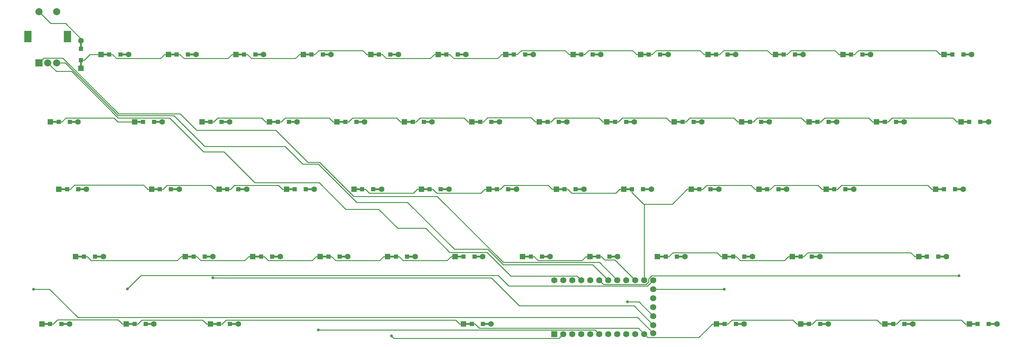
<source format=gbr>
%TF.GenerationSoftware,KiCad,Pcbnew,(5.1.9)-1*%
%TF.CreationDate,2021-02-15T21:30:29-05:00*%
%TF.ProjectId,60percent - Copy,36307065-7263-4656-9e74-202d20436f70,rev?*%
%TF.SameCoordinates,Original*%
%TF.FileFunction,Copper,L1,Top*%
%TF.FilePolarity,Positive*%
%FSLAX46Y46*%
G04 Gerber Fmt 4.6, Leading zero omitted, Abs format (unit mm)*
G04 Created by KiCad (PCBNEW (5.1.9)-1) date 2021-02-15 21:30:29*
%MOMM*%
%LPD*%
G01*
G04 APERTURE LIST*
%TA.AperFunction,SMDPad,CuDef*%
%ADD10R,1.200000X1.200000*%
%TD*%
%TA.AperFunction,ComponentPad*%
%ADD11R,1.600000X1.600000*%
%TD*%
%TA.AperFunction,ComponentPad*%
%ADD12C,1.600000*%
%TD*%
%TA.AperFunction,SMDPad,CuDef*%
%ADD13R,0.500000X2.500000*%
%TD*%
%TA.AperFunction,SMDPad,CuDef*%
%ADD14R,2.500000X0.500000*%
%TD*%
%TA.AperFunction,ComponentPad*%
%ADD15C,2.000000*%
%TD*%
%TA.AperFunction,ComponentPad*%
%ADD16R,2.000000X3.200000*%
%TD*%
%TA.AperFunction,ComponentPad*%
%ADD17R,2.000000X2.000000*%
%TD*%
%TA.AperFunction,ComponentPad*%
%ADD18R,1.752600X1.752600*%
%TD*%
%TA.AperFunction,ComponentPad*%
%ADD19C,1.752600*%
%TD*%
%TA.AperFunction,ViaPad*%
%ADD20C,0.800000*%
%TD*%
%TA.AperFunction,Conductor*%
%ADD21C,0.250000*%
%TD*%
G04 APERTURE END LIST*
D10*
%TO.P,D1,2*%
%TO.N,Net-(D1-Pad2)*%
X85725000Y-77005800D03*
%TO.P,D1,1*%
%TO.N,/row0*%
X85725000Y-80155800D03*
D11*
X85725000Y-82480800D03*
D12*
%TO.P,D1,2*%
%TO.N,Net-(D1-Pad2)*%
X85725000Y-74680800D03*
D13*
%TO.P,D1,1*%
%TO.N,/row0*%
X85725000Y-81280800D03*
%TO.P,D1,2*%
%TO.N,Net-(D1-Pad2)*%
X85725000Y-75880800D03*
%TD*%
D10*
%TO.P,D2,2*%
%TO.N,Net-(D2-Pad2)*%
X96825000Y-78580800D03*
%TO.P,D2,1*%
%TO.N,/row0*%
X93675000Y-78580800D03*
D11*
X91350000Y-78580800D03*
D12*
%TO.P,D2,2*%
%TO.N,Net-(D2-Pad2)*%
X99150000Y-78580800D03*
D14*
%TO.P,D2,1*%
%TO.N,/row0*%
X92550000Y-78580800D03*
%TO.P,D2,2*%
%TO.N,Net-(D2-Pad2)*%
X97950000Y-78580800D03*
%TD*%
D10*
%TO.P,D3,2*%
%TO.N,Net-(D3-Pad2)*%
X115875000Y-78580800D03*
%TO.P,D3,1*%
%TO.N,/row0*%
X112725000Y-78580800D03*
D11*
X110400000Y-78580800D03*
D12*
%TO.P,D3,2*%
%TO.N,Net-(D3-Pad2)*%
X118200000Y-78580800D03*
D14*
%TO.P,D3,1*%
%TO.N,/row0*%
X111600000Y-78580800D03*
%TO.P,D3,2*%
%TO.N,Net-(D3-Pad2)*%
X117000000Y-78580800D03*
%TD*%
%TO.P,D4,2*%
%TO.N,Net-(D4-Pad2)*%
X136050000Y-78580800D03*
%TO.P,D4,1*%
%TO.N,/row0*%
X130650000Y-78580800D03*
D12*
%TO.P,D4,2*%
%TO.N,Net-(D4-Pad2)*%
X137250000Y-78580800D03*
D11*
%TO.P,D4,1*%
%TO.N,/row0*%
X129450000Y-78580800D03*
D10*
X131775000Y-78580800D03*
%TO.P,D4,2*%
%TO.N,Net-(D4-Pad2)*%
X134925000Y-78580800D03*
%TD*%
%TO.P,D5,2*%
%TO.N,Net-(D5-Pad2)*%
X153975000Y-78580800D03*
%TO.P,D5,1*%
%TO.N,/row0*%
X150825000Y-78580800D03*
D11*
X148500000Y-78580800D03*
D12*
%TO.P,D5,2*%
%TO.N,Net-(D5-Pad2)*%
X156300000Y-78580800D03*
D14*
%TO.P,D5,1*%
%TO.N,/row0*%
X149700000Y-78580800D03*
%TO.P,D5,2*%
%TO.N,Net-(D5-Pad2)*%
X155100000Y-78580800D03*
%TD*%
D10*
%TO.P,D6,2*%
%TO.N,Net-(D6-Pad2)*%
X173025000Y-78580800D03*
%TO.P,D6,1*%
%TO.N,/row0*%
X169875000Y-78580800D03*
D11*
X167550000Y-78580800D03*
D12*
%TO.P,D6,2*%
%TO.N,Net-(D6-Pad2)*%
X175350000Y-78580800D03*
D14*
%TO.P,D6,1*%
%TO.N,/row0*%
X168750000Y-78580800D03*
%TO.P,D6,2*%
%TO.N,Net-(D6-Pad2)*%
X174150000Y-78580800D03*
%TD*%
%TO.P,D7,2*%
%TO.N,Net-(D7-Pad2)*%
X193200000Y-78580800D03*
%TO.P,D7,1*%
%TO.N,/row0*%
X187800000Y-78580800D03*
D12*
%TO.P,D7,2*%
%TO.N,Net-(D7-Pad2)*%
X194400000Y-78580800D03*
D11*
%TO.P,D7,1*%
%TO.N,/row0*%
X186600000Y-78580800D03*
D10*
X188925000Y-78580800D03*
%TO.P,D7,2*%
%TO.N,Net-(D7-Pad2)*%
X192075000Y-78580800D03*
%TD*%
%TO.P,D8,2*%
%TO.N,Net-(D8-Pad2)*%
X211125000Y-78580800D03*
%TO.P,D8,1*%
%TO.N,/row0*%
X207975000Y-78580800D03*
D11*
X205650000Y-78580800D03*
D12*
%TO.P,D8,2*%
%TO.N,Net-(D8-Pad2)*%
X213450000Y-78580800D03*
D14*
%TO.P,D8,1*%
%TO.N,/row0*%
X206850000Y-78580800D03*
%TO.P,D8,2*%
%TO.N,Net-(D8-Pad2)*%
X212250000Y-78580800D03*
%TD*%
D10*
%TO.P,D9,2*%
%TO.N,Net-(D9-Pad2)*%
X230175000Y-78580800D03*
%TO.P,D9,1*%
%TO.N,/row0*%
X227025000Y-78580800D03*
D11*
X224700000Y-78580800D03*
D12*
%TO.P,D9,2*%
%TO.N,Net-(D9-Pad2)*%
X232500000Y-78580800D03*
D14*
%TO.P,D9,1*%
%TO.N,/row0*%
X225900000Y-78580800D03*
%TO.P,D9,2*%
%TO.N,Net-(D9-Pad2)*%
X231300000Y-78580800D03*
%TD*%
%TO.P,D10,2*%
%TO.N,Net-(D10-Pad2)*%
X250350000Y-78580800D03*
%TO.P,D10,1*%
%TO.N,/row0*%
X244950000Y-78580800D03*
D12*
%TO.P,D10,2*%
%TO.N,Net-(D10-Pad2)*%
X251550000Y-78580800D03*
D11*
%TO.P,D10,1*%
%TO.N,/row0*%
X243750000Y-78580800D03*
D10*
X246075000Y-78580800D03*
%TO.P,D10,2*%
%TO.N,Net-(D10-Pad2)*%
X249225000Y-78580800D03*
%TD*%
D14*
%TO.P,D11,2*%
%TO.N,Net-(D11-Pad2)*%
X269400000Y-78580800D03*
%TO.P,D11,1*%
%TO.N,/row0*%
X264000000Y-78580800D03*
D12*
%TO.P,D11,2*%
%TO.N,Net-(D11-Pad2)*%
X270600000Y-78580800D03*
D11*
%TO.P,D11,1*%
%TO.N,/row0*%
X262800000Y-78580800D03*
D10*
X265125000Y-78580800D03*
%TO.P,D11,2*%
%TO.N,Net-(D11-Pad2)*%
X268275000Y-78580800D03*
%TD*%
%TO.P,D12,2*%
%TO.N,Net-(D12-Pad2)*%
X287325000Y-78580800D03*
%TO.P,D12,1*%
%TO.N,/row0*%
X284175000Y-78580800D03*
D11*
X281850000Y-78580800D03*
D12*
%TO.P,D12,2*%
%TO.N,Net-(D12-Pad2)*%
X289650000Y-78580800D03*
D14*
%TO.P,D12,1*%
%TO.N,/row0*%
X283050000Y-78580800D03*
%TO.P,D12,2*%
%TO.N,Net-(D12-Pad2)*%
X288450000Y-78580800D03*
%TD*%
%TO.P,D13,2*%
%TO.N,Net-(D13-Pad2)*%
X307500000Y-78580800D03*
%TO.P,D13,1*%
%TO.N,/row0*%
X302100000Y-78580800D03*
D12*
%TO.P,D13,2*%
%TO.N,Net-(D13-Pad2)*%
X308700000Y-78580800D03*
D11*
%TO.P,D13,1*%
%TO.N,/row0*%
X300900000Y-78580800D03*
D10*
X303225000Y-78580800D03*
%TO.P,D13,2*%
%TO.N,Net-(D13-Pad2)*%
X306375000Y-78580800D03*
%TD*%
D14*
%TO.P,D14,2*%
%TO.N,Net-(D14-Pad2)*%
X336076000Y-78580800D03*
%TO.P,D14,1*%
%TO.N,/row0*%
X330676000Y-78580800D03*
D12*
%TO.P,D14,2*%
%TO.N,Net-(D14-Pad2)*%
X337276000Y-78580800D03*
D11*
%TO.P,D14,1*%
%TO.N,/row0*%
X329476000Y-78580800D03*
D10*
X331801000Y-78580800D03*
%TO.P,D14,2*%
%TO.N,Net-(D14-Pad2)*%
X334951000Y-78580800D03*
%TD*%
D14*
%TO.P,D15,2*%
%TO.N,Net-(D15-Pad2)*%
X83662500Y-97630800D03*
%TO.P,D15,1*%
%TO.N,/row1*%
X78262500Y-97630800D03*
D12*
%TO.P,D15,2*%
%TO.N,Net-(D15-Pad2)*%
X84862500Y-97630800D03*
D11*
%TO.P,D15,1*%
%TO.N,/row1*%
X77062500Y-97630800D03*
D10*
X79387500Y-97630800D03*
%TO.P,D15,2*%
%TO.N,Net-(D15-Pad2)*%
X82537500Y-97630800D03*
%TD*%
D14*
%TO.P,D16,2*%
%TO.N,Net-(D16-Pad2)*%
X107475000Y-97630800D03*
%TO.P,D16,1*%
%TO.N,/row1*%
X102075000Y-97630800D03*
D12*
%TO.P,D16,2*%
%TO.N,Net-(D16-Pad2)*%
X108675000Y-97630800D03*
D11*
%TO.P,D16,1*%
%TO.N,/row1*%
X100875000Y-97630800D03*
D10*
X103200000Y-97630800D03*
%TO.P,D16,2*%
%TO.N,Net-(D16-Pad2)*%
X106350000Y-97630800D03*
%TD*%
%TO.P,D17,2*%
%TO.N,Net-(D17-Pad2)*%
X125400000Y-97630800D03*
%TO.P,D17,1*%
%TO.N,/row1*%
X122250000Y-97630800D03*
D11*
X119925000Y-97630800D03*
D12*
%TO.P,D17,2*%
%TO.N,Net-(D17-Pad2)*%
X127725000Y-97630800D03*
D14*
%TO.P,D17,1*%
%TO.N,/row1*%
X121125000Y-97630800D03*
%TO.P,D17,2*%
%TO.N,Net-(D17-Pad2)*%
X126525000Y-97630800D03*
%TD*%
%TO.P,D18,2*%
%TO.N,Net-(D18-Pad2)*%
X145575000Y-97630800D03*
%TO.P,D18,1*%
%TO.N,/row1*%
X140175000Y-97630800D03*
D12*
%TO.P,D18,2*%
%TO.N,Net-(D18-Pad2)*%
X146775000Y-97630800D03*
D11*
%TO.P,D18,1*%
%TO.N,/row1*%
X138975000Y-97630800D03*
D10*
X141300000Y-97630800D03*
%TO.P,D18,2*%
%TO.N,Net-(D18-Pad2)*%
X144450000Y-97630800D03*
%TD*%
D14*
%TO.P,D19,2*%
%TO.N,Net-(D19-Pad2)*%
X164626000Y-97630800D03*
%TO.P,D19,1*%
%TO.N,/row1*%
X159226000Y-97630800D03*
D12*
%TO.P,D19,2*%
%TO.N,Net-(D19-Pad2)*%
X165826000Y-97630800D03*
D11*
%TO.P,D19,1*%
%TO.N,/row1*%
X158026000Y-97630800D03*
D10*
X160351000Y-97630800D03*
%TO.P,D19,2*%
%TO.N,Net-(D19-Pad2)*%
X163501000Y-97630800D03*
%TD*%
%TO.P,D20,2*%
%TO.N,Net-(D20-Pad2)*%
X182551000Y-97630800D03*
%TO.P,D20,1*%
%TO.N,/row1*%
X179401000Y-97630800D03*
D11*
X177076000Y-97630800D03*
D12*
%TO.P,D20,2*%
%TO.N,Net-(D20-Pad2)*%
X184876000Y-97630800D03*
D14*
%TO.P,D20,1*%
%TO.N,/row1*%
X178276000Y-97630800D03*
%TO.P,D20,2*%
%TO.N,Net-(D20-Pad2)*%
X183676000Y-97630800D03*
%TD*%
D10*
%TO.P,D21,2*%
%TO.N,Net-(D21-Pad2)*%
X201601000Y-97630800D03*
%TO.P,D21,1*%
%TO.N,/row1*%
X198451000Y-97630800D03*
D11*
X196126000Y-97630800D03*
D12*
%TO.P,D21,2*%
%TO.N,Net-(D21-Pad2)*%
X203926000Y-97630800D03*
D14*
%TO.P,D21,1*%
%TO.N,/row1*%
X197326000Y-97630800D03*
%TO.P,D21,2*%
%TO.N,Net-(D21-Pad2)*%
X202726000Y-97630800D03*
%TD*%
D10*
%TO.P,D22,2*%
%TO.N,Net-(D22-Pad2)*%
X220651000Y-97630800D03*
%TO.P,D22,1*%
%TO.N,/row1*%
X217501000Y-97630800D03*
D11*
X215176000Y-97630800D03*
D12*
%TO.P,D22,2*%
%TO.N,Net-(D22-Pad2)*%
X222976000Y-97630800D03*
D14*
%TO.P,D22,1*%
%TO.N,/row1*%
X216376000Y-97630800D03*
%TO.P,D22,2*%
%TO.N,Net-(D22-Pad2)*%
X221776000Y-97630800D03*
%TD*%
%TO.P,D23,2*%
%TO.N,Net-(D23-Pad2)*%
X240826000Y-97630800D03*
%TO.P,D23,1*%
%TO.N,/row1*%
X235426000Y-97630800D03*
D12*
%TO.P,D23,2*%
%TO.N,Net-(D23-Pad2)*%
X242026000Y-97630800D03*
D11*
%TO.P,D23,1*%
%TO.N,/row1*%
X234226000Y-97630800D03*
D10*
X236551000Y-97630800D03*
%TO.P,D23,2*%
%TO.N,Net-(D23-Pad2)*%
X239701000Y-97630800D03*
%TD*%
%TO.P,D24,2*%
%TO.N,Net-(D24-Pad2)*%
X258751000Y-97630800D03*
%TO.P,D24,1*%
%TO.N,/row1*%
X255601000Y-97630800D03*
D11*
X253276000Y-97630800D03*
D12*
%TO.P,D24,2*%
%TO.N,Net-(D24-Pad2)*%
X261076000Y-97630800D03*
D14*
%TO.P,D24,1*%
%TO.N,/row1*%
X254476000Y-97630800D03*
%TO.P,D24,2*%
%TO.N,Net-(D24-Pad2)*%
X259876000Y-97630800D03*
%TD*%
%TO.P,D25,2*%
%TO.N,Net-(D25-Pad2)*%
X278926000Y-97630800D03*
%TO.P,D25,1*%
%TO.N,/row1*%
X273526000Y-97630800D03*
D12*
%TO.P,D25,2*%
%TO.N,Net-(D25-Pad2)*%
X280126000Y-97630800D03*
D11*
%TO.P,D25,1*%
%TO.N,/row1*%
X272326000Y-97630800D03*
D10*
X274651000Y-97630800D03*
%TO.P,D25,2*%
%TO.N,Net-(D25-Pad2)*%
X277801000Y-97630800D03*
%TD*%
%TO.P,D26,2*%
%TO.N,Net-(D26-Pad2)*%
X296851000Y-97630800D03*
%TO.P,D26,1*%
%TO.N,/row1*%
X293701000Y-97630800D03*
D11*
X291376000Y-97630800D03*
D12*
%TO.P,D26,2*%
%TO.N,Net-(D26-Pad2)*%
X299176000Y-97630800D03*
D14*
%TO.P,D26,1*%
%TO.N,/row1*%
X292576000Y-97630800D03*
%TO.P,D26,2*%
%TO.N,Net-(D26-Pad2)*%
X297976000Y-97630800D03*
%TD*%
%TO.P,D27,2*%
%TO.N,Net-(D27-Pad2)*%
X317026000Y-97630800D03*
%TO.P,D27,1*%
%TO.N,/row1*%
X311626000Y-97630800D03*
D12*
%TO.P,D27,2*%
%TO.N,Net-(D27-Pad2)*%
X318226000Y-97630800D03*
D11*
%TO.P,D27,1*%
%TO.N,/row1*%
X310426000Y-97630800D03*
D10*
X312751000Y-97630800D03*
%TO.P,D27,2*%
%TO.N,Net-(D27-Pad2)*%
X315901000Y-97630800D03*
%TD*%
%TO.P,D28,2*%
%TO.N,Net-(D28-Pad2)*%
X339713000Y-97630800D03*
%TO.P,D28,1*%
%TO.N,/row1*%
X336563000Y-97630800D03*
D11*
X334238000Y-97630800D03*
D12*
%TO.P,D28,2*%
%TO.N,Net-(D28-Pad2)*%
X342038000Y-97630800D03*
D14*
%TO.P,D28,1*%
%TO.N,/row1*%
X335438000Y-97630800D03*
%TO.P,D28,2*%
%TO.N,Net-(D28-Pad2)*%
X340838000Y-97630800D03*
%TD*%
D10*
%TO.P,D29,2*%
%TO.N,Net-(D29-Pad2)*%
X84918700Y-116681000D03*
%TO.P,D29,1*%
%TO.N,/row2*%
X81768700Y-116681000D03*
D11*
X79443700Y-116681000D03*
D12*
%TO.P,D29,2*%
%TO.N,Net-(D29-Pad2)*%
X87243700Y-116681000D03*
D14*
%TO.P,D29,1*%
%TO.N,/row2*%
X80643700Y-116681000D03*
%TO.P,D29,2*%
%TO.N,Net-(D29-Pad2)*%
X86043700Y-116681000D03*
%TD*%
D10*
%TO.P,D30,2*%
%TO.N,Net-(D30-Pad2)*%
X111113000Y-116681000D03*
%TO.P,D30,1*%
%TO.N,/row2*%
X107963000Y-116681000D03*
D11*
X105638000Y-116681000D03*
D12*
%TO.P,D30,2*%
%TO.N,Net-(D30-Pad2)*%
X113438000Y-116681000D03*
D14*
%TO.P,D30,1*%
%TO.N,/row2*%
X106838000Y-116681000D03*
%TO.P,D30,2*%
%TO.N,Net-(D30-Pad2)*%
X112238000Y-116681000D03*
%TD*%
D10*
%TO.P,D31,2*%
%TO.N,Net-(D31-Pad2)*%
X130163000Y-116681000D03*
%TO.P,D31,1*%
%TO.N,/row2*%
X127013000Y-116681000D03*
D11*
X124688000Y-116681000D03*
D12*
%TO.P,D31,2*%
%TO.N,Net-(D31-Pad2)*%
X132488000Y-116681000D03*
D14*
%TO.P,D31,1*%
%TO.N,/row2*%
X125888000Y-116681000D03*
%TO.P,D31,2*%
%TO.N,Net-(D31-Pad2)*%
X131288000Y-116681000D03*
%TD*%
%TO.P,D32,2*%
%TO.N,Net-(D32-Pad2)*%
X150338000Y-116681000D03*
%TO.P,D32,1*%
%TO.N,/row2*%
X144938000Y-116681000D03*
D12*
%TO.P,D32,2*%
%TO.N,Net-(D32-Pad2)*%
X151538000Y-116681000D03*
D11*
%TO.P,D32,1*%
%TO.N,/row2*%
X143738000Y-116681000D03*
D10*
X146063000Y-116681000D03*
%TO.P,D32,2*%
%TO.N,Net-(D32-Pad2)*%
X149213000Y-116681000D03*
%TD*%
%TO.P,D33,2*%
%TO.N,Net-(D33-Pad2)*%
X168263000Y-116681000D03*
%TO.P,D33,1*%
%TO.N,/row2*%
X165113000Y-116681000D03*
D11*
X162788000Y-116681000D03*
D12*
%TO.P,D33,2*%
%TO.N,Net-(D33-Pad2)*%
X170588000Y-116681000D03*
D14*
%TO.P,D33,1*%
%TO.N,/row2*%
X163988000Y-116681000D03*
%TO.P,D33,2*%
%TO.N,Net-(D33-Pad2)*%
X169388000Y-116681000D03*
%TD*%
%TO.P,D34,2*%
%TO.N,Net-(D34-Pad2)*%
X188438000Y-116681000D03*
%TO.P,D34,1*%
%TO.N,/row2*%
X183038000Y-116681000D03*
D12*
%TO.P,D34,2*%
%TO.N,Net-(D34-Pad2)*%
X189638000Y-116681000D03*
D11*
%TO.P,D34,1*%
%TO.N,/row2*%
X181838000Y-116681000D03*
D10*
X184163000Y-116681000D03*
%TO.P,D34,2*%
%TO.N,Net-(D34-Pad2)*%
X187313000Y-116681000D03*
%TD*%
%TO.P,D35,2*%
%TO.N,Net-(D35-Pad2)*%
X206363000Y-116681000D03*
%TO.P,D35,1*%
%TO.N,/row2*%
X203213000Y-116681000D03*
D11*
X200888000Y-116681000D03*
D12*
%TO.P,D35,2*%
%TO.N,Net-(D35-Pad2)*%
X208688000Y-116681000D03*
D14*
%TO.P,D35,1*%
%TO.N,/row2*%
X202088000Y-116681000D03*
%TO.P,D35,2*%
%TO.N,Net-(D35-Pad2)*%
X207488000Y-116681000D03*
%TD*%
%TO.P,D36,2*%
%TO.N,Net-(D36-Pad2)*%
X226538000Y-116681000D03*
%TO.P,D36,1*%
%TO.N,/row2*%
X221138000Y-116681000D03*
D12*
%TO.P,D36,2*%
%TO.N,Net-(D36-Pad2)*%
X227738000Y-116681000D03*
D11*
%TO.P,D36,1*%
%TO.N,/row2*%
X219938000Y-116681000D03*
D10*
X222263000Y-116681000D03*
%TO.P,D36,2*%
%TO.N,Net-(D36-Pad2)*%
X225413000Y-116681000D03*
%TD*%
%TO.P,D37,2*%
%TO.N,Net-(D37-Pad2)*%
X244463000Y-116681000D03*
%TO.P,D37,1*%
%TO.N,/row2*%
X241313000Y-116681000D03*
D11*
X238988000Y-116681000D03*
D12*
%TO.P,D37,2*%
%TO.N,Net-(D37-Pad2)*%
X246788000Y-116681000D03*
D14*
%TO.P,D37,1*%
%TO.N,/row2*%
X240188000Y-116681000D03*
%TO.P,D37,2*%
%TO.N,Net-(D37-Pad2)*%
X245588000Y-116681000D03*
%TD*%
%TO.P,D38,2*%
%TO.N,Net-(D38-Pad2)*%
X264638000Y-116681000D03*
%TO.P,D38,1*%
%TO.N,/row2*%
X259238000Y-116681000D03*
D12*
%TO.P,D38,2*%
%TO.N,Net-(D38-Pad2)*%
X265838000Y-116681000D03*
D11*
%TO.P,D38,1*%
%TO.N,/row2*%
X258038000Y-116681000D03*
D10*
X260363000Y-116681000D03*
%TO.P,D38,2*%
%TO.N,Net-(D38-Pad2)*%
X263513000Y-116681000D03*
%TD*%
%TO.P,D39,2*%
%TO.N,Net-(D39-Pad2)*%
X282679000Y-116681000D03*
%TO.P,D39,1*%
%TO.N,/row2*%
X279529000Y-116681000D03*
D11*
X277204000Y-116681000D03*
D12*
%TO.P,D39,2*%
%TO.N,Net-(D39-Pad2)*%
X285004000Y-116681000D03*
D14*
%TO.P,D39,1*%
%TO.N,/row2*%
X278404000Y-116681000D03*
%TO.P,D39,2*%
%TO.N,Net-(D39-Pad2)*%
X283804000Y-116681000D03*
%TD*%
%TO.P,D40,2*%
%TO.N,Net-(D40-Pad2)*%
X302738000Y-116681000D03*
%TO.P,D40,1*%
%TO.N,/row2*%
X297338000Y-116681000D03*
D12*
%TO.P,D40,2*%
%TO.N,Net-(D40-Pad2)*%
X303938000Y-116681000D03*
D11*
%TO.P,D40,1*%
%TO.N,/row2*%
X296138000Y-116681000D03*
D10*
X298463000Y-116681000D03*
%TO.P,D40,2*%
%TO.N,Net-(D40-Pad2)*%
X301613000Y-116681000D03*
%TD*%
D14*
%TO.P,D41,2*%
%TO.N,Net-(D41-Pad2)*%
X333694000Y-116681000D03*
%TO.P,D41,1*%
%TO.N,/row2*%
X328294000Y-116681000D03*
D12*
%TO.P,D41,2*%
%TO.N,Net-(D41-Pad2)*%
X334894000Y-116681000D03*
D11*
%TO.P,D41,1*%
%TO.N,/row2*%
X327094000Y-116681000D03*
D10*
X329419000Y-116681000D03*
%TO.P,D41,2*%
%TO.N,Net-(D41-Pad2)*%
X332569000Y-116681000D03*
%TD*%
D14*
%TO.P,D42,2*%
%TO.N,Net-(D42-Pad2)*%
X90806300Y-135731000D03*
%TO.P,D42,1*%
%TO.N,/row3*%
X85406300Y-135731000D03*
D12*
%TO.P,D42,2*%
%TO.N,Net-(D42-Pad2)*%
X92006300Y-135731000D03*
D11*
%TO.P,D42,1*%
%TO.N,/row3*%
X84206300Y-135731000D03*
D10*
X86531300Y-135731000D03*
%TO.P,D42,2*%
%TO.N,Net-(D42-Pad2)*%
X89681300Y-135731000D03*
%TD*%
%TO.P,D43,2*%
%TO.N,Net-(D43-Pad2)*%
X120637000Y-135731000D03*
%TO.P,D43,1*%
%TO.N,/row3*%
X117487000Y-135731000D03*
D11*
X115162000Y-135731000D03*
D12*
%TO.P,D43,2*%
%TO.N,Net-(D43-Pad2)*%
X122962000Y-135731000D03*
D14*
%TO.P,D43,1*%
%TO.N,/row3*%
X116362000Y-135731000D03*
%TO.P,D43,2*%
%TO.N,Net-(D43-Pad2)*%
X121762000Y-135731000D03*
%TD*%
%TO.P,D44,2*%
%TO.N,Net-(D44-Pad2)*%
X140812000Y-135731000D03*
%TO.P,D44,1*%
%TO.N,/row3*%
X135412000Y-135731000D03*
D12*
%TO.P,D44,2*%
%TO.N,Net-(D44-Pad2)*%
X142012000Y-135731000D03*
D11*
%TO.P,D44,1*%
%TO.N,/row3*%
X134212000Y-135731000D03*
D10*
X136537000Y-135731000D03*
%TO.P,D44,2*%
%TO.N,Net-(D44-Pad2)*%
X139687000Y-135731000D03*
%TD*%
%TO.P,D45,2*%
%TO.N,Net-(D45-Pad2)*%
X158737000Y-135731000D03*
%TO.P,D45,1*%
%TO.N,/row3*%
X155587000Y-135731000D03*
D11*
X153262000Y-135731000D03*
D12*
%TO.P,D45,2*%
%TO.N,Net-(D45-Pad2)*%
X161062000Y-135731000D03*
D14*
%TO.P,D45,1*%
%TO.N,/row3*%
X154462000Y-135731000D03*
%TO.P,D45,2*%
%TO.N,Net-(D45-Pad2)*%
X159862000Y-135731000D03*
%TD*%
%TO.P,D46,2*%
%TO.N,Net-(D46-Pad2)*%
X178912000Y-135731000D03*
%TO.P,D46,1*%
%TO.N,/row3*%
X173512000Y-135731000D03*
D12*
%TO.P,D46,2*%
%TO.N,Net-(D46-Pad2)*%
X180112000Y-135731000D03*
D11*
%TO.P,D46,1*%
%TO.N,/row3*%
X172312000Y-135731000D03*
D10*
X174637000Y-135731000D03*
%TO.P,D46,2*%
%TO.N,Net-(D46-Pad2)*%
X177787000Y-135731000D03*
%TD*%
%TO.P,D47,2*%
%TO.N,Net-(D47-Pad2)*%
X196837000Y-135731000D03*
%TO.P,D47,1*%
%TO.N,/row3*%
X193687000Y-135731000D03*
D11*
X191362000Y-135731000D03*
D12*
%TO.P,D47,2*%
%TO.N,Net-(D47-Pad2)*%
X199162000Y-135731000D03*
D14*
%TO.P,D47,1*%
%TO.N,/row3*%
X192562000Y-135731000D03*
%TO.P,D47,2*%
%TO.N,Net-(D47-Pad2)*%
X197962000Y-135731000D03*
%TD*%
%TO.P,D48,2*%
%TO.N,Net-(D48-Pad2)*%
X217012000Y-135731000D03*
%TO.P,D48,1*%
%TO.N,/row3*%
X211612000Y-135731000D03*
D12*
%TO.P,D48,2*%
%TO.N,Net-(D48-Pad2)*%
X218212000Y-135731000D03*
D11*
%TO.P,D48,1*%
%TO.N,/row3*%
X210412000Y-135731000D03*
D10*
X212737000Y-135731000D03*
%TO.P,D48,2*%
%TO.N,Net-(D48-Pad2)*%
X215887000Y-135731000D03*
%TD*%
%TO.P,D49,2*%
%TO.N,Net-(D49-Pad2)*%
X234937000Y-135731000D03*
%TO.P,D49,1*%
%TO.N,/row3*%
X231787000Y-135731000D03*
D11*
X229462000Y-135731000D03*
D12*
%TO.P,D49,2*%
%TO.N,Net-(D49-Pad2)*%
X237262000Y-135731000D03*
D14*
%TO.P,D49,1*%
%TO.N,/row3*%
X230662000Y-135731000D03*
%TO.P,D49,2*%
%TO.N,Net-(D49-Pad2)*%
X236062000Y-135731000D03*
%TD*%
%TO.P,D50,2*%
%TO.N,Net-(D50-Pad2)*%
X255112000Y-135731000D03*
%TO.P,D50,1*%
%TO.N,/row3*%
X249712000Y-135731000D03*
D12*
%TO.P,D50,2*%
%TO.N,Net-(D50-Pad2)*%
X256312000Y-135731000D03*
D11*
%TO.P,D50,1*%
%TO.N,/row3*%
X248512000Y-135731000D03*
D10*
X250837000Y-135731000D03*
%TO.P,D50,2*%
%TO.N,Net-(D50-Pad2)*%
X253987000Y-135731000D03*
%TD*%
D14*
%TO.P,D51,2*%
%TO.N,Net-(D51-Pad2)*%
X274162000Y-135731000D03*
%TO.P,D51,1*%
%TO.N,/row3*%
X268762000Y-135731000D03*
D12*
%TO.P,D51,2*%
%TO.N,Net-(D51-Pad2)*%
X275362000Y-135731000D03*
D11*
%TO.P,D51,1*%
%TO.N,/row3*%
X267562000Y-135731000D03*
D10*
X269887000Y-135731000D03*
%TO.P,D51,2*%
%TO.N,Net-(D51-Pad2)*%
X273037000Y-135731000D03*
%TD*%
D14*
%TO.P,D52,2*%
%TO.N,Net-(D52-Pad2)*%
X293212000Y-135731000D03*
%TO.P,D52,1*%
%TO.N,/row3*%
X287812000Y-135731000D03*
D12*
%TO.P,D52,2*%
%TO.N,Net-(D52-Pad2)*%
X294412000Y-135731000D03*
D11*
%TO.P,D52,1*%
%TO.N,/row3*%
X286612000Y-135731000D03*
D10*
X288937000Y-135731000D03*
%TO.P,D52,2*%
%TO.N,Net-(D52-Pad2)*%
X292087000Y-135731000D03*
%TD*%
%TO.P,D53,2*%
%TO.N,Net-(D53-Pad2)*%
X327807000Y-135731000D03*
%TO.P,D53,1*%
%TO.N,/row3*%
X324657000Y-135731000D03*
D11*
X322332000Y-135731000D03*
D12*
%TO.P,D53,2*%
%TO.N,Net-(D53-Pad2)*%
X330132000Y-135731000D03*
D14*
%TO.P,D53,1*%
%TO.N,/row3*%
X323532000Y-135731000D03*
%TO.P,D53,2*%
%TO.N,Net-(D53-Pad2)*%
X328932000Y-135731000D03*
%TD*%
%TO.P,D54,2*%
%TO.N,Net-(D54-Pad2)*%
X81281300Y-154781000D03*
%TO.P,D54,1*%
%TO.N,/row4*%
X75881300Y-154781000D03*
D12*
%TO.P,D54,2*%
%TO.N,Net-(D54-Pad2)*%
X82481300Y-154781000D03*
D11*
%TO.P,D54,1*%
%TO.N,/row4*%
X74681300Y-154781000D03*
D10*
X77006300Y-154781000D03*
%TO.P,D54,2*%
%TO.N,Net-(D54-Pad2)*%
X80156300Y-154781000D03*
%TD*%
%TO.P,D55,2*%
%TO.N,Net-(D55-Pad2)*%
X103969000Y-154781000D03*
%TO.P,D55,1*%
%TO.N,/row4*%
X100819000Y-154781000D03*
D11*
X98494000Y-154781000D03*
D12*
%TO.P,D55,2*%
%TO.N,Net-(D55-Pad2)*%
X106294000Y-154781000D03*
D14*
%TO.P,D55,1*%
%TO.N,/row4*%
X99694000Y-154781000D03*
%TO.P,D55,2*%
%TO.N,Net-(D55-Pad2)*%
X105094000Y-154781000D03*
%TD*%
%TO.P,D56,2*%
%TO.N,Net-(D56-Pad2)*%
X128906000Y-154781000D03*
%TO.P,D56,1*%
%TO.N,/row4*%
X123506000Y-154781000D03*
D12*
%TO.P,D56,2*%
%TO.N,Net-(D56-Pad2)*%
X130106000Y-154781000D03*
D11*
%TO.P,D56,1*%
%TO.N,/row4*%
X122306000Y-154781000D03*
D10*
X124631000Y-154781000D03*
%TO.P,D56,2*%
%TO.N,Net-(D56-Pad2)*%
X127781000Y-154781000D03*
%TD*%
%TO.P,D57,2*%
%TO.N,Net-(D57-Pad2)*%
X199219000Y-154781000D03*
%TO.P,D57,1*%
%TO.N,/row4*%
X196069000Y-154781000D03*
D11*
X193744000Y-154781000D03*
D12*
%TO.P,D57,2*%
%TO.N,Net-(D57-Pad2)*%
X201544000Y-154781000D03*
D14*
%TO.P,D57,1*%
%TO.N,/row4*%
X194944000Y-154781000D03*
%TO.P,D57,2*%
%TO.N,Net-(D57-Pad2)*%
X200344000Y-154781000D03*
%TD*%
%TO.P,D58,2*%
%TO.N,Net-(D58-Pad2)*%
X271782000Y-154781000D03*
%TO.P,D58,1*%
%TO.N,/row4*%
X266382000Y-154781000D03*
D12*
%TO.P,D58,2*%
%TO.N,Net-(D58-Pad2)*%
X272982000Y-154781000D03*
D11*
%TO.P,D58,1*%
%TO.N,/row4*%
X265182000Y-154781000D03*
D10*
X267507000Y-154781000D03*
%TO.P,D58,2*%
%TO.N,Net-(D58-Pad2)*%
X270657000Y-154781000D03*
%TD*%
%TO.P,D59,2*%
%TO.N,Net-(D59-Pad2)*%
X294469000Y-154781000D03*
%TO.P,D59,1*%
%TO.N,/row4*%
X291319000Y-154781000D03*
D11*
X288994000Y-154781000D03*
D12*
%TO.P,D59,2*%
%TO.N,Net-(D59-Pad2)*%
X296794000Y-154781000D03*
D14*
%TO.P,D59,1*%
%TO.N,/row4*%
X290194000Y-154781000D03*
%TO.P,D59,2*%
%TO.N,Net-(D59-Pad2)*%
X295594000Y-154781000D03*
%TD*%
%TO.P,D60,2*%
%TO.N,Net-(D60-Pad2)*%
X319406000Y-154781000D03*
%TO.P,D60,1*%
%TO.N,/row4*%
X314006000Y-154781000D03*
D12*
%TO.P,D60,2*%
%TO.N,Net-(D60-Pad2)*%
X320606000Y-154781000D03*
D11*
%TO.P,D60,1*%
%TO.N,/row4*%
X312806000Y-154781000D03*
D10*
X315131000Y-154781000D03*
%TO.P,D60,2*%
%TO.N,Net-(D60-Pad2)*%
X318281000Y-154781000D03*
%TD*%
%TO.P,D61,2*%
%TO.N,Net-(D61-Pad2)*%
X342093000Y-154781000D03*
%TO.P,D61,1*%
%TO.N,/row4*%
X338943000Y-154781000D03*
D11*
X336618000Y-154781000D03*
D12*
%TO.P,D61,2*%
%TO.N,Net-(D61-Pad2)*%
X344418000Y-154781000D03*
D14*
%TO.P,D61,1*%
%TO.N,/row4*%
X337818000Y-154781000D03*
%TO.P,D61,2*%
%TO.N,Net-(D61-Pad2)*%
X343218000Y-154781000D03*
%TD*%
D15*
%TO.P,SW1,S1*%
%TO.N,/col0*%
X78818700Y-66462800D03*
%TO.P,SW1,S2*%
%TO.N,Net-(D1-Pad2)*%
X73818700Y-66462800D03*
D16*
%TO.P,SW1,MP*%
%TO.N,N/C*%
X81918700Y-73462800D03*
X70718700Y-73462800D03*
D15*
%TO.P,SW1,B*%
%TO.N,/rotA*%
X78818700Y-80962800D03*
%TO.P,SW1,C*%
%TO.N,/vcc*%
X76318700Y-80962800D03*
D17*
%TO.P,SW1,A*%
%TO.N,/rotB*%
X73818700Y-80962800D03*
%TD*%
D18*
%TO.P,U1,1*%
%TO.N,/col6*%
X219392000Y-157639000D03*
D19*
%TO.P,U1,2*%
%TO.N,/col5*%
X221932000Y-157639000D03*
%TO.P,U1,3*%
%TO.N,+5V*%
X224472000Y-157639000D03*
%TO.P,U1,4*%
%TO.N,Net-(U1-Pad4)*%
X227012000Y-157639000D03*
%TO.P,U1,5*%
%TO.N,/col4*%
X229552000Y-157639000D03*
%TO.P,U1,6*%
%TO.N,/col3*%
X232092000Y-157639000D03*
%TO.P,U1,7*%
%TO.N,/col7*%
X234632000Y-157639000D03*
%TO.P,U1,8*%
%TO.N,/col9*%
X237172000Y-157639000D03*
%TO.P,U1,9*%
%TO.N,/col10*%
X239712000Y-157639000D03*
%TO.P,U1,10*%
%TO.N,Net-(U1-Pad10)*%
X242252000Y-157639000D03*
%TO.P,U1,11*%
%TO.N,/row4*%
X244792000Y-157639000D03*
%TO.P,U1,13*%
%TO.N,/col1*%
X247332000Y-142399000D03*
%TO.P,U1,14*%
%TO.N,/row2*%
X244792000Y-142399000D03*
%TO.P,U1,15*%
%TO.N,/row3*%
X242252000Y-142399000D03*
%TO.P,U1,16*%
%TO.N,/row1*%
X239712000Y-142399000D03*
%TO.P,U1,17*%
%TO.N,/rotB*%
X237172000Y-142399000D03*
%TO.P,U1,18*%
%TO.N,/rotA*%
X234632000Y-142399000D03*
%TO.P,U1,19*%
%TO.N,/col14*%
X232092000Y-142399000D03*
%TO.P,U1,20*%
%TO.N,/col13*%
X229552000Y-142399000D03*
%TO.P,U1,21*%
%TO.N,/vcc*%
X227012000Y-142399000D03*
%TO.P,U1,22*%
%TO.N,Net-(U1-Pad22)*%
X224472000Y-142399000D03*
%TO.P,U1,23*%
%TO.N,Net-(U1-Pad23)*%
X221932000Y-142399000D03*
%TO.P,U1,12*%
%TO.N,/col0*%
X247332000Y-157410400D03*
%TO.P,U1,24*%
%TO.N,/row0*%
X219392000Y-142399000D03*
%TO.P,U1,29*%
%TO.N,/col11*%
X247332000Y-144939000D03*
%TO.P,U1,28*%
%TO.N,/col12*%
X247332000Y-147479000D03*
%TO.P,U1,27*%
%TO.N,Net-(U1-Pad27)*%
X247332000Y-150019000D03*
%TO.P,U1,26*%
%TO.N,/col8*%
X247332000Y-152559000D03*
%TO.P,U1,25*%
%TO.N,/col2*%
X247332000Y-155099000D03*
%TD*%
D20*
%TO.N,/col1*%
X98776600Y-144857300D03*
%TO.N,/col2*%
X122968500Y-141762800D03*
%TO.N,/col3*%
X152772600Y-156437400D03*
%TO.N,/col5*%
X173389800Y-158150400D03*
%TO.N,/col8*%
X240037100Y-148534900D03*
%TO.N,/col11*%
X267372000Y-144939000D03*
%TO.N,/col14*%
X333707100Y-141123300D03*
%TO.N,/col0*%
X72317100Y-144951000D03*
%TD*%
D21*
%TO.N,Net-(D1-Pad2)*%
X73818700Y-66462800D02*
X77166200Y-69810300D01*
X77166200Y-69810300D02*
X81377200Y-69810300D01*
X81377200Y-69810300D02*
X85725000Y-74158100D01*
X85725000Y-74158100D02*
X85725000Y-74680800D01*
X85725000Y-74680800D02*
X85725000Y-75880800D01*
X85725000Y-75880800D02*
X85725000Y-77005800D01*
%TO.N,/row0*%
X169875000Y-78580800D02*
X170800300Y-78580800D01*
X186600000Y-78580800D02*
X185474700Y-78580800D01*
X185474700Y-78580800D02*
X184334100Y-79721400D01*
X184334100Y-79721400D02*
X171940900Y-79721400D01*
X171940900Y-79721400D02*
X170800300Y-78580800D01*
X187800000Y-78580800D02*
X186600000Y-78580800D01*
X131775000Y-78580800D02*
X132700300Y-78580800D01*
X148500000Y-78580800D02*
X147374700Y-78580800D01*
X147374700Y-78580800D02*
X146234100Y-79721400D01*
X146234100Y-79721400D02*
X133840900Y-79721400D01*
X133840900Y-79721400D02*
X132700300Y-78580800D01*
X149700000Y-78580800D02*
X148500000Y-78580800D01*
X112725000Y-78580800D02*
X113650300Y-78580800D01*
X129450000Y-78580800D02*
X128324700Y-78580800D01*
X128324700Y-78580800D02*
X127184100Y-79721400D01*
X127184100Y-79721400D02*
X114790900Y-79721400D01*
X114790900Y-79721400D02*
X113650300Y-78580800D01*
X130650000Y-78580800D02*
X129450000Y-78580800D01*
X93675000Y-78580800D02*
X94600300Y-78580800D01*
X110400000Y-78580800D02*
X109274700Y-78580800D01*
X109274700Y-78580800D02*
X108134100Y-79721400D01*
X108134100Y-79721400D02*
X95740900Y-79721400D01*
X95740900Y-79721400D02*
X94600300Y-78580800D01*
X111600000Y-78580800D02*
X110400000Y-78580800D01*
X303225000Y-78580800D02*
X304150300Y-78580800D01*
X304150300Y-78580800D02*
X305275600Y-77455500D01*
X305275600Y-77455500D02*
X327225400Y-77455500D01*
X327225400Y-77455500D02*
X328350700Y-78580800D01*
X303225000Y-78580800D02*
X302100000Y-78580800D01*
X329476000Y-78580800D02*
X328350700Y-78580800D01*
X284175000Y-78580800D02*
X285100300Y-78580800D01*
X285100300Y-78580800D02*
X286225600Y-77455500D01*
X286225600Y-77455500D02*
X298649400Y-77455500D01*
X298649400Y-77455500D02*
X299774700Y-78580800D01*
X283050000Y-78580800D02*
X284175000Y-78580800D01*
X300900000Y-78580800D02*
X299774700Y-78580800D01*
X265125000Y-78580800D02*
X266050300Y-78580800D01*
X266050300Y-78580800D02*
X267175600Y-77455500D01*
X267175600Y-77455500D02*
X279599400Y-77455500D01*
X279599400Y-77455500D02*
X280724700Y-78580800D01*
X265125000Y-78580800D02*
X264000000Y-78580800D01*
X281850000Y-78580800D02*
X280724700Y-78580800D01*
X227025000Y-78580800D02*
X227950300Y-78580800D01*
X227950300Y-78580800D02*
X229075600Y-77455500D01*
X229075600Y-77455500D02*
X241499400Y-77455500D01*
X241499400Y-77455500D02*
X242624700Y-78580800D01*
X225900000Y-78580800D02*
X227025000Y-78580800D01*
X243750000Y-78580800D02*
X242624700Y-78580800D01*
X207975000Y-78580800D02*
X208900300Y-78580800D01*
X208900300Y-78580800D02*
X210025600Y-77455500D01*
X210025600Y-77455500D02*
X222449400Y-77455500D01*
X222449400Y-77455500D02*
X223574700Y-78580800D01*
X206850000Y-78580800D02*
X207975000Y-78580800D01*
X224700000Y-78580800D02*
X223574700Y-78580800D01*
X205650000Y-78580800D02*
X204524700Y-78580800D01*
X204524700Y-78580800D02*
X203382100Y-79723400D01*
X203382100Y-79723400D02*
X190992900Y-79723400D01*
X190992900Y-79723400D02*
X189850300Y-78580800D01*
X205650000Y-78580800D02*
X206850000Y-78580800D01*
X188925000Y-78580800D02*
X189850300Y-78580800D01*
X85725000Y-82480800D02*
X85725000Y-81280800D01*
X85725000Y-81280800D02*
X85725000Y-80155800D01*
X85725000Y-80155800D02*
X86650300Y-80155800D01*
X91350000Y-78580800D02*
X88225300Y-78580800D01*
X88225300Y-78580800D02*
X86650300Y-80155800D01*
X92550000Y-78580800D02*
X91350000Y-78580800D01*
X92550000Y-78580800D02*
X93675000Y-78580800D01*
X111600000Y-78580800D02*
X112725000Y-78580800D01*
X149700000Y-78580800D02*
X150825000Y-78580800D01*
X150825000Y-78580800D02*
X151750300Y-78580800D01*
X167550000Y-78580800D02*
X166424700Y-78580800D01*
X166424700Y-78580800D02*
X165299300Y-77455400D01*
X165299300Y-77455400D02*
X152875700Y-77455400D01*
X152875700Y-77455400D02*
X151750300Y-78580800D01*
X168750000Y-78580800D02*
X167550000Y-78580800D01*
X168750000Y-78580800D02*
X169875000Y-78580800D01*
X225900000Y-78580800D02*
X224700000Y-78580800D01*
X244950000Y-78580800D02*
X243750000Y-78580800D01*
X281850000Y-78580800D02*
X283050000Y-78580800D01*
X131775000Y-78580800D02*
X130650000Y-78580800D01*
X188925000Y-78580800D02*
X187800000Y-78580800D01*
X246075000Y-78580800D02*
X247000300Y-78580800D01*
X247000300Y-78580800D02*
X248125600Y-77455500D01*
X248125600Y-77455500D02*
X260549400Y-77455500D01*
X260549400Y-77455500D02*
X261674700Y-78580800D01*
X246075000Y-78580800D02*
X244950000Y-78580800D01*
X262800000Y-78580800D02*
X261674700Y-78580800D01*
X262800000Y-78580800D02*
X264000000Y-78580800D01*
X302100000Y-78580800D02*
X300900000Y-78580800D01*
X330676000Y-78580800D02*
X329476000Y-78580800D01*
X331801000Y-78580800D02*
X330676000Y-78580800D01*
%TO.N,Net-(D2-Pad2)*%
X99150000Y-78580800D02*
X97950000Y-78580800D01*
X97950000Y-78580800D02*
X96825000Y-78580800D01*
%TO.N,Net-(D3-Pad2)*%
X118200000Y-78580800D02*
X117000000Y-78580800D01*
X117000000Y-78580800D02*
X115875000Y-78580800D01*
%TO.N,Net-(D4-Pad2)*%
X137250000Y-78580800D02*
X136050000Y-78580800D01*
X134925000Y-78580800D02*
X136050000Y-78580800D01*
%TO.N,Net-(D5-Pad2)*%
X156300000Y-78580800D02*
X155100000Y-78580800D01*
X155100000Y-78580800D02*
X153975000Y-78580800D01*
%TO.N,Net-(D6-Pad2)*%
X175350000Y-78580800D02*
X174150000Y-78580800D01*
X174150000Y-78580800D02*
X173025000Y-78580800D01*
%TO.N,Net-(D7-Pad2)*%
X194400000Y-78580800D02*
X193200000Y-78580800D01*
X192075000Y-78580800D02*
X193200000Y-78580800D01*
%TO.N,Net-(D8-Pad2)*%
X213450000Y-78580800D02*
X212250000Y-78580800D01*
X212250000Y-78580800D02*
X211125000Y-78580800D01*
%TO.N,Net-(D9-Pad2)*%
X232500000Y-78580800D02*
X231300000Y-78580800D01*
X231300000Y-78580800D02*
X230175000Y-78580800D01*
%TO.N,Net-(D10-Pad2)*%
X251550000Y-78580800D02*
X250350000Y-78580800D01*
X249225000Y-78580800D02*
X250350000Y-78580800D01*
%TO.N,Net-(D11-Pad2)*%
X270600000Y-78580800D02*
X269400000Y-78580800D01*
X268275000Y-78580800D02*
X269400000Y-78580800D01*
%TO.N,Net-(D12-Pad2)*%
X289650000Y-78580800D02*
X288450000Y-78580800D01*
X288450000Y-78580800D02*
X287325000Y-78580800D01*
%TO.N,Net-(D13-Pad2)*%
X308700000Y-78580800D02*
X307500000Y-78580800D01*
X306375000Y-78580800D02*
X307500000Y-78580800D01*
%TO.N,Net-(D14-Pad2)*%
X337276000Y-78580800D02*
X336076000Y-78580800D01*
X334951000Y-78580800D02*
X336076000Y-78580800D01*
%TO.N,Net-(D15-Pad2)*%
X84862500Y-97630800D02*
X83662500Y-97630800D01*
X82537500Y-97630800D02*
X83662500Y-97630800D01*
%TO.N,/row1*%
X198451000Y-97630800D02*
X199376300Y-97630800D01*
X215176000Y-97630800D02*
X214050700Y-97630800D01*
X214050700Y-97630800D02*
X212894600Y-96474700D01*
X212894600Y-96474700D02*
X200532400Y-96474700D01*
X200532400Y-96474700D02*
X199376300Y-97630800D01*
X216376000Y-97630800D02*
X215176000Y-97630800D01*
X198451000Y-97630800D02*
X197326000Y-97630800D01*
X80312800Y-97630800D02*
X81438100Y-96505500D01*
X81438100Y-96505500D02*
X94961600Y-96505500D01*
X94961600Y-96505500D02*
X96086900Y-97630800D01*
X96086900Y-97630800D02*
X99749700Y-97630800D01*
X160351000Y-97630800D02*
X161276300Y-97630800D01*
X177076000Y-97630800D02*
X175950700Y-97630800D01*
X175950700Y-97630800D02*
X174825300Y-96505400D01*
X174825300Y-96505400D02*
X162401700Y-96505400D01*
X162401700Y-96505400D02*
X161276300Y-97630800D01*
X178276000Y-97630800D02*
X177076000Y-97630800D01*
X102075000Y-97630800D02*
X100875000Y-97630800D01*
X103200000Y-97630800D02*
X102075000Y-97630800D01*
X255601000Y-97630800D02*
X256526300Y-97630800D01*
X256526300Y-97630800D02*
X257651600Y-96505500D01*
X257651600Y-96505500D02*
X270075400Y-96505500D01*
X270075400Y-96505500D02*
X271200700Y-97630800D01*
X254476000Y-97630800D02*
X255601000Y-97630800D01*
X272326000Y-97630800D02*
X271200700Y-97630800D01*
X273526000Y-97630800D02*
X272326000Y-97630800D01*
X236551000Y-97630800D02*
X237476300Y-97630800D01*
X237476300Y-97630800D02*
X238601600Y-96505500D01*
X238601600Y-96505500D02*
X251025400Y-96505500D01*
X251025400Y-96505500D02*
X252150700Y-97630800D01*
X236551000Y-97630800D02*
X235426000Y-97630800D01*
X253276000Y-97630800D02*
X252150700Y-97630800D01*
X254476000Y-97630800D02*
X253276000Y-97630800D01*
X312751000Y-97630800D02*
X313676300Y-97630800D01*
X313676300Y-97630800D02*
X314801600Y-96505500D01*
X314801600Y-96505500D02*
X331987400Y-96505500D01*
X331987400Y-96505500D02*
X333112700Y-97630800D01*
X312751000Y-97630800D02*
X311626000Y-97630800D01*
X334238000Y-97630800D02*
X333112700Y-97630800D01*
X293701000Y-97630800D02*
X294626300Y-97630800D01*
X294626300Y-97630800D02*
X295751600Y-96505500D01*
X295751600Y-96505500D02*
X308175400Y-96505500D01*
X308175400Y-96505500D02*
X309300700Y-97630800D01*
X292576000Y-97630800D02*
X293701000Y-97630800D01*
X310426000Y-97630800D02*
X309300700Y-97630800D01*
X311626000Y-97630800D02*
X310426000Y-97630800D01*
X274651000Y-97630800D02*
X275576300Y-97630800D01*
X275576300Y-97630800D02*
X276701600Y-96505500D01*
X276701600Y-96505500D02*
X289125400Y-96505500D01*
X289125400Y-96505500D02*
X290250700Y-97630800D01*
X274651000Y-97630800D02*
X273526000Y-97630800D01*
X291376000Y-97630800D02*
X290250700Y-97630800D01*
X121125000Y-97630800D02*
X119925000Y-97630800D01*
X121125000Y-97630800D02*
X122250000Y-97630800D01*
X122250000Y-97630800D02*
X123175300Y-97630800D01*
X138975000Y-97630800D02*
X137849700Y-97630800D01*
X137849700Y-97630800D02*
X136724300Y-96505400D01*
X136724300Y-96505400D02*
X124300700Y-96505400D01*
X124300700Y-96505400D02*
X123175300Y-97630800D01*
X140175000Y-97630800D02*
X138975000Y-97630800D01*
X178276000Y-97630800D02*
X179401000Y-97630800D01*
X179401000Y-97630800D02*
X180326300Y-97630800D01*
X196126000Y-97630800D02*
X195000700Y-97630800D01*
X195000700Y-97630800D02*
X193875300Y-96505400D01*
X193875300Y-96505400D02*
X181451700Y-96505400D01*
X181451700Y-96505400D02*
X180326300Y-97630800D01*
X197326000Y-97630800D02*
X196126000Y-97630800D01*
X216376000Y-97630800D02*
X217501000Y-97630800D01*
X217501000Y-97630800D02*
X218426300Y-97630800D01*
X234226000Y-97630800D02*
X233100700Y-97630800D01*
X233100700Y-97630800D02*
X231975300Y-96505400D01*
X231975300Y-96505400D02*
X219551700Y-96505400D01*
X219551700Y-96505400D02*
X218426300Y-97630800D01*
X235426000Y-97630800D02*
X234226000Y-97630800D01*
X291376000Y-97630800D02*
X292576000Y-97630800D01*
X335438000Y-97630800D02*
X334238000Y-97630800D01*
X335438000Y-97630800D02*
X336563000Y-97630800D01*
X79387500Y-97630800D02*
X80312800Y-97630800D01*
X78262500Y-97630800D02*
X79387500Y-97630800D01*
X100875000Y-97630800D02*
X99749700Y-97630800D01*
X77062500Y-97630800D02*
X78262500Y-97630800D01*
X141300000Y-97630800D02*
X142225300Y-97630800D01*
X142225300Y-97630800D02*
X143350600Y-96505500D01*
X143350600Y-96505500D02*
X155775400Y-96505500D01*
X155775400Y-96505500D02*
X156900700Y-97630800D01*
X141300000Y-97630800D02*
X140175000Y-97630800D01*
X158026000Y-97630800D02*
X156900700Y-97630800D01*
X160351000Y-97630800D02*
X159226000Y-97630800D01*
X158026000Y-97630800D02*
X159226000Y-97630800D01*
%TO.N,Net-(D16-Pad2)*%
X108675000Y-97630800D02*
X107475000Y-97630800D01*
X106350000Y-97630800D02*
X107475000Y-97630800D01*
%TO.N,Net-(D17-Pad2)*%
X127725000Y-97630800D02*
X126525000Y-97630800D01*
X126525000Y-97630800D02*
X125400000Y-97630800D01*
%TO.N,Net-(D18-Pad2)*%
X146775000Y-97630800D02*
X145575000Y-97630800D01*
X144450000Y-97630800D02*
X145575000Y-97630800D01*
%TO.N,Net-(D19-Pad2)*%
X165826000Y-97630800D02*
X164626000Y-97630800D01*
X163501000Y-97630800D02*
X164626000Y-97630800D01*
%TO.N,Net-(D20-Pad2)*%
X184876000Y-97630800D02*
X183676000Y-97630800D01*
X183676000Y-97630800D02*
X182551000Y-97630800D01*
%TO.N,Net-(D21-Pad2)*%
X203926000Y-97630800D02*
X202726000Y-97630800D01*
X202726000Y-97630800D02*
X201601000Y-97630800D01*
%TO.N,Net-(D22-Pad2)*%
X222976000Y-97630800D02*
X221776000Y-97630800D01*
X221776000Y-97630800D02*
X220651000Y-97630800D01*
%TO.N,Net-(D23-Pad2)*%
X242026000Y-97630800D02*
X240826000Y-97630800D01*
X239701000Y-97630800D02*
X240826000Y-97630800D01*
%TO.N,Net-(D24-Pad2)*%
X261076000Y-97630800D02*
X259876000Y-97630800D01*
X259876000Y-97630800D02*
X258751000Y-97630800D01*
%TO.N,Net-(D25-Pad2)*%
X280126000Y-97630800D02*
X278926000Y-97630800D01*
X277801000Y-97630800D02*
X278926000Y-97630800D01*
%TO.N,Net-(D26-Pad2)*%
X299176000Y-97630800D02*
X297976000Y-97630800D01*
X297976000Y-97630800D02*
X296851000Y-97630800D01*
%TO.N,Net-(D27-Pad2)*%
X318226000Y-97630800D02*
X317026000Y-97630800D01*
X315901000Y-97630800D02*
X317026000Y-97630800D01*
%TO.N,Net-(D28-Pad2)*%
X342038000Y-97630800D02*
X340838000Y-97630800D01*
X340838000Y-97630800D02*
X339713000Y-97630800D01*
%TO.N,Net-(D29-Pad2)*%
X87243700Y-116681000D02*
X86043700Y-116681000D01*
X86043700Y-116681000D02*
X84918700Y-116681000D01*
%TO.N,/row2*%
X200888000Y-116681000D02*
X199762700Y-116681000D01*
X199762700Y-116681000D02*
X198632700Y-117811000D01*
X198632700Y-117811000D02*
X186218300Y-117811000D01*
X186218300Y-117811000D02*
X185088300Y-116681000D01*
X200888000Y-116681000D02*
X202088000Y-116681000D01*
X184163000Y-116681000D02*
X185088300Y-116681000D01*
X165113000Y-116681000D02*
X166038300Y-116681000D01*
X181838000Y-116681000D02*
X180712700Y-116681000D01*
X180712700Y-116681000D02*
X179580700Y-117813000D01*
X179580700Y-117813000D02*
X167170300Y-117813000D01*
X167170300Y-117813000D02*
X166038300Y-116681000D01*
X183038000Y-116681000D02*
X181838000Y-116681000D01*
X127013000Y-116681000D02*
X127938300Y-116681000D01*
X143738000Y-116681000D02*
X142612700Y-116681000D01*
X142612700Y-116681000D02*
X141473800Y-115542100D01*
X141473800Y-115542100D02*
X129077200Y-115542100D01*
X129077200Y-115542100D02*
X127938300Y-116681000D01*
X144938000Y-116681000D02*
X143738000Y-116681000D01*
X258038000Y-116681000D02*
X256912700Y-116681000D01*
X244792000Y-120875800D02*
X244582500Y-120875800D01*
X244582500Y-120875800D02*
X241313000Y-117606300D01*
X256912700Y-116681000D02*
X252717900Y-120875800D01*
X252717900Y-120875800D02*
X244792000Y-120875800D01*
X244792000Y-142399000D02*
X244792000Y-120875800D01*
X259238000Y-116681000D02*
X258038000Y-116681000D01*
X241313000Y-116681000D02*
X241313000Y-117606300D01*
X107963000Y-116681000D02*
X108888300Y-116681000D01*
X124688000Y-116681000D02*
X123562700Y-116681000D01*
X123562700Y-116681000D02*
X122423800Y-115542100D01*
X122423800Y-115542100D02*
X110027200Y-115542100D01*
X110027200Y-115542100D02*
X108888300Y-116681000D01*
X125888000Y-116681000D02*
X124688000Y-116681000D01*
X327094000Y-116681000D02*
X325968700Y-116681000D01*
X298463000Y-116681000D02*
X299388300Y-116681000D01*
X299388300Y-116681000D02*
X300513600Y-115555700D01*
X300513600Y-115555700D02*
X324843400Y-115555700D01*
X324843400Y-115555700D02*
X325968700Y-116681000D01*
X297338000Y-116681000D02*
X298463000Y-116681000D01*
X279529000Y-116681000D02*
X280454300Y-116681000D01*
X280454300Y-116681000D02*
X281579600Y-115555700D01*
X281579600Y-115555700D02*
X293887400Y-115555700D01*
X293887400Y-115555700D02*
X295012700Y-116681000D01*
X278404000Y-116681000D02*
X279529000Y-116681000D01*
X296138000Y-116681000D02*
X295012700Y-116681000D01*
X260363000Y-116681000D02*
X261288300Y-116681000D01*
X261288300Y-116681000D02*
X262413600Y-115555700D01*
X262413600Y-115555700D02*
X274953400Y-115555700D01*
X274953400Y-115555700D02*
X276078700Y-116681000D01*
X260363000Y-116681000D02*
X259238000Y-116681000D01*
X277204000Y-116681000D02*
X276078700Y-116681000D01*
X238988000Y-116681000D02*
X237862700Y-116681000D01*
X237862700Y-116681000D02*
X236720400Y-117823300D01*
X236720400Y-117823300D02*
X224330600Y-117823300D01*
X224330600Y-117823300D02*
X223188300Y-116681000D01*
X238988000Y-116681000D02*
X240188000Y-116681000D01*
X222263000Y-116681000D02*
X223188300Y-116681000D01*
X162788000Y-116681000D02*
X163988000Y-116681000D01*
X79443700Y-116681000D02*
X80643700Y-116681000D01*
X80643700Y-116681000D02*
X81768700Y-116681000D01*
X81768700Y-116681000D02*
X82694000Y-116681000D01*
X105638000Y-116681000D02*
X104512700Y-116681000D01*
X104512700Y-116681000D02*
X103356600Y-115524900D01*
X103356600Y-115524900D02*
X83850100Y-115524900D01*
X83850100Y-115524900D02*
X82694000Y-116681000D01*
X106838000Y-116681000D02*
X105638000Y-116681000D01*
X106838000Y-116681000D02*
X107963000Y-116681000D01*
X125888000Y-116681000D02*
X127013000Y-116681000D01*
X163988000Y-116681000D02*
X165113000Y-116681000D01*
X202088000Y-116681000D02*
X203213000Y-116681000D01*
X203213000Y-116681000D02*
X204138300Y-116681000D01*
X219938000Y-116681000D02*
X218812700Y-116681000D01*
X218812700Y-116681000D02*
X217687300Y-115555600D01*
X217687300Y-115555600D02*
X205263700Y-115555600D01*
X205263700Y-115555600D02*
X204138300Y-116681000D01*
X221138000Y-116681000D02*
X219938000Y-116681000D01*
X240188000Y-116681000D02*
X241313000Y-116681000D01*
X277204000Y-116681000D02*
X278404000Y-116681000D01*
X146063000Y-116681000D02*
X144938000Y-116681000D01*
X184163000Y-116681000D02*
X183038000Y-116681000D01*
X222263000Y-116681000D02*
X221138000Y-116681000D01*
X297338000Y-116681000D02*
X296138000Y-116681000D01*
X328294000Y-116681000D02*
X327094000Y-116681000D01*
X329419000Y-116681000D02*
X328294000Y-116681000D01*
%TO.N,Net-(D30-Pad2)*%
X113438000Y-116681000D02*
X112238000Y-116681000D01*
X112238000Y-116681000D02*
X111113000Y-116681000D01*
%TO.N,Net-(D31-Pad2)*%
X132488000Y-116681000D02*
X131288000Y-116681000D01*
X131288000Y-116681000D02*
X130163000Y-116681000D01*
%TO.N,Net-(D32-Pad2)*%
X151538000Y-116681000D02*
X150338000Y-116681000D01*
X149213000Y-116681000D02*
X150338000Y-116681000D01*
%TO.N,Net-(D33-Pad2)*%
X170588000Y-116681000D02*
X169388000Y-116681000D01*
X169388000Y-116681000D02*
X168263000Y-116681000D01*
%TO.N,Net-(D34-Pad2)*%
X189638000Y-116681000D02*
X188438000Y-116681000D01*
X187313000Y-116681000D02*
X188438000Y-116681000D01*
%TO.N,Net-(D35-Pad2)*%
X208688000Y-116681000D02*
X207488000Y-116681000D01*
X207488000Y-116681000D02*
X206363000Y-116681000D01*
%TO.N,Net-(D36-Pad2)*%
X227738000Y-116681000D02*
X226538000Y-116681000D01*
X225413000Y-116681000D02*
X226538000Y-116681000D01*
%TO.N,Net-(D37-Pad2)*%
X246788000Y-116681000D02*
X245588000Y-116681000D01*
X245588000Y-116681000D02*
X244463000Y-116681000D01*
%TO.N,Net-(D38-Pad2)*%
X265838000Y-116681000D02*
X264638000Y-116681000D01*
X263513000Y-116681000D02*
X264638000Y-116681000D01*
%TO.N,Net-(D39-Pad2)*%
X285004000Y-116681000D02*
X283804000Y-116681000D01*
X283804000Y-116681000D02*
X282679000Y-116681000D01*
%TO.N,Net-(D40-Pad2)*%
X303938000Y-116681000D02*
X302738000Y-116681000D01*
X301613000Y-116681000D02*
X302738000Y-116681000D01*
%TO.N,Net-(D41-Pad2)*%
X334894000Y-116681000D02*
X333694000Y-116681000D01*
X332569000Y-116681000D02*
X333694000Y-116681000D01*
%TO.N,Net-(D42-Pad2)*%
X92006300Y-135731000D02*
X90806300Y-135731000D01*
X89681300Y-135731000D02*
X90806300Y-135731000D01*
%TO.N,/row3*%
X174637000Y-135731000D02*
X175562300Y-135731000D01*
X191362000Y-135731000D02*
X190236700Y-135731000D01*
X190236700Y-135731000D02*
X189108800Y-136858900D01*
X189108800Y-136858900D02*
X176690200Y-136858900D01*
X176690200Y-136858900D02*
X175562300Y-135731000D01*
X192562000Y-135731000D02*
X191362000Y-135731000D01*
X155587000Y-135731000D02*
X156512300Y-135731000D01*
X172312000Y-135731000D02*
X171186700Y-135731000D01*
X171186700Y-135731000D02*
X170058800Y-136858900D01*
X170058800Y-136858900D02*
X157640200Y-136858900D01*
X157640200Y-136858900D02*
X156512300Y-135731000D01*
X173512000Y-135731000D02*
X172312000Y-135731000D01*
X136537000Y-135731000D02*
X137462300Y-135731000D01*
X153262000Y-135731000D02*
X152136700Y-135731000D01*
X152136700Y-135731000D02*
X151008800Y-136858900D01*
X151008800Y-136858900D02*
X138590200Y-136858900D01*
X138590200Y-136858900D02*
X137462300Y-135731000D01*
X154462000Y-135731000D02*
X153262000Y-135731000D01*
X117487000Y-135731000D02*
X118412300Y-135731000D01*
X134212000Y-135731000D02*
X133086700Y-135731000D01*
X133086700Y-135731000D02*
X131958800Y-136858900D01*
X131958800Y-136858900D02*
X119540200Y-136858900D01*
X119540200Y-136858900D02*
X118412300Y-135731000D01*
X135412000Y-135731000D02*
X134212000Y-135731000D01*
X231787000Y-135731000D02*
X232712300Y-135731000D01*
X242252000Y-142399000D02*
X236509300Y-136656300D01*
X236509300Y-136656300D02*
X233637600Y-136656300D01*
X233637600Y-136656300D02*
X232712300Y-135731000D01*
X86531300Y-135731000D02*
X87456600Y-135731000D01*
X115162000Y-135731000D02*
X114036700Y-135731000D01*
X114036700Y-135731000D02*
X112909700Y-136858000D01*
X112909700Y-136858000D02*
X88583600Y-136858000D01*
X88583600Y-136858000D02*
X87456600Y-135731000D01*
X115462000Y-135731000D02*
X115162000Y-135731000D01*
X288937000Y-135731000D02*
X289862300Y-135731000D01*
X289862300Y-135731000D02*
X290987600Y-134605700D01*
X290987600Y-134605700D02*
X320081400Y-134605700D01*
X320081400Y-134605700D02*
X321206700Y-135731000D01*
X288937000Y-135731000D02*
X287812000Y-135731000D01*
X322332000Y-135731000D02*
X321206700Y-135731000D01*
X286612000Y-135731000D02*
X285486700Y-135731000D01*
X269887000Y-135731000D02*
X270812300Y-135731000D01*
X270812300Y-135731000D02*
X271937600Y-136856300D01*
X271937600Y-136856300D02*
X284361400Y-136856300D01*
X284361400Y-136856300D02*
X285486700Y-135731000D01*
X268762000Y-135731000D02*
X269887000Y-135731000D01*
X250837000Y-135731000D02*
X251762300Y-135731000D01*
X251762300Y-135731000D02*
X252887600Y-134605700D01*
X252887600Y-134605700D02*
X265311400Y-134605700D01*
X265311400Y-134605700D02*
X266436700Y-135731000D01*
X250837000Y-135731000D02*
X249712000Y-135731000D01*
X267562000Y-135731000D02*
X266436700Y-135731000D01*
X249712000Y-135731000D02*
X248512000Y-135731000D01*
X212737000Y-135731000D02*
X213662300Y-135731000D01*
X229462000Y-135731000D02*
X228336700Y-135731000D01*
X228336700Y-135731000D02*
X227199600Y-136868100D01*
X227199600Y-136868100D02*
X214799400Y-136868100D01*
X214799400Y-136868100D02*
X213662300Y-135731000D01*
X230662000Y-135731000D02*
X229462000Y-135731000D01*
X115762000Y-135731000D02*
X115462000Y-135731000D01*
X116362000Y-135731000D02*
X117487000Y-135731000D01*
X115762000Y-135731000D02*
X116362000Y-135731000D01*
X154462000Y-135731000D02*
X155587000Y-135731000D01*
X192562000Y-135731000D02*
X193687000Y-135731000D01*
X211612000Y-135731000D02*
X210412000Y-135731000D01*
X230662000Y-135731000D02*
X231787000Y-135731000D01*
X323532000Y-135731000D02*
X322332000Y-135731000D01*
X323532000Y-135731000D02*
X324657000Y-135731000D01*
X86531300Y-135731000D02*
X85406300Y-135731000D01*
X84206300Y-135731000D02*
X85406300Y-135731000D01*
X136537000Y-135731000D02*
X135412000Y-135731000D01*
X174637000Y-135731000D02*
X173512000Y-135731000D01*
X212737000Y-135731000D02*
X211612000Y-135731000D01*
X268762000Y-135731000D02*
X267562000Y-135731000D01*
X287812000Y-135731000D02*
X286612000Y-135731000D01*
%TO.N,Net-(D43-Pad2)*%
X122962000Y-135731000D02*
X121762000Y-135731000D01*
X121762000Y-135731000D02*
X120637000Y-135731000D01*
%TO.N,Net-(D44-Pad2)*%
X142012000Y-135731000D02*
X140812000Y-135731000D01*
X139687000Y-135731000D02*
X140812000Y-135731000D01*
%TO.N,Net-(D45-Pad2)*%
X161062000Y-135731000D02*
X159862000Y-135731000D01*
X159862000Y-135731000D02*
X158737000Y-135731000D01*
%TO.N,Net-(D46-Pad2)*%
X180112000Y-135731000D02*
X178912000Y-135731000D01*
X177787000Y-135731000D02*
X178912000Y-135731000D01*
%TO.N,Net-(D47-Pad2)*%
X199162000Y-135731000D02*
X197962000Y-135731000D01*
X197962000Y-135731000D02*
X196837000Y-135731000D01*
%TO.N,Net-(D48-Pad2)*%
X218212000Y-135731000D02*
X217012000Y-135731000D01*
X215887000Y-135731000D02*
X217012000Y-135731000D01*
%TO.N,Net-(D49-Pad2)*%
X237262000Y-135731000D02*
X236062000Y-135731000D01*
X236062000Y-135731000D02*
X234937000Y-135731000D01*
%TO.N,Net-(D50-Pad2)*%
X256312000Y-135731000D02*
X255112000Y-135731000D01*
X253987000Y-135731000D02*
X255112000Y-135731000D01*
%TO.N,Net-(D51-Pad2)*%
X275362000Y-135731000D02*
X274162000Y-135731000D01*
X273037000Y-135731000D02*
X274162000Y-135731000D01*
%TO.N,Net-(D52-Pad2)*%
X294412000Y-135731000D02*
X293212000Y-135731000D01*
X292087000Y-135731000D02*
X293212000Y-135731000D01*
%TO.N,Net-(D53-Pad2)*%
X330132000Y-135731000D02*
X328932000Y-135731000D01*
X328932000Y-135731000D02*
X327807000Y-135731000D01*
%TO.N,Net-(D54-Pad2)*%
X82481300Y-154781000D02*
X81281300Y-154781000D01*
X80156300Y-154781000D02*
X81281300Y-154781000D01*
%TO.N,/row4*%
X125556300Y-154781000D02*
X126681600Y-153655700D01*
X126681600Y-153655700D02*
X191493400Y-153655700D01*
X191493400Y-153655700D02*
X192618700Y-154781000D01*
X196994300Y-154781000D02*
X198200300Y-155987000D01*
X198200300Y-155987000D02*
X243140000Y-155987000D01*
X243140000Y-155987000D02*
X244792000Y-157639000D01*
X100819000Y-154781000D02*
X101744300Y-154781000D01*
X122306000Y-154781000D02*
X121180700Y-154781000D01*
X121180700Y-154781000D02*
X120054400Y-153654700D01*
X120054400Y-153654700D02*
X102870600Y-153654700D01*
X102870600Y-153654700D02*
X101744300Y-154781000D01*
X123506000Y-154781000D02*
X122306000Y-154781000D01*
X77006300Y-154781000D02*
X77931600Y-154781000D01*
X98494000Y-154781000D02*
X97368700Y-154781000D01*
X97368700Y-154781000D02*
X96212600Y-153624900D01*
X96212600Y-153624900D02*
X79087700Y-153624900D01*
X79087700Y-153624900D02*
X77931600Y-154781000D01*
X99694000Y-154781000D02*
X98494000Y-154781000D01*
X315131000Y-154781000D02*
X316056300Y-154781000D01*
X316056300Y-154781000D02*
X317181600Y-153655700D01*
X317181600Y-153655700D02*
X334367400Y-153655700D01*
X334367400Y-153655700D02*
X335492700Y-154781000D01*
X315131000Y-154781000D02*
X314006000Y-154781000D01*
X336618000Y-154781000D02*
X335492700Y-154781000D01*
X291319000Y-154781000D02*
X292244300Y-154781000D01*
X292244300Y-154781000D02*
X293369600Y-153655700D01*
X293369600Y-153655700D02*
X310555400Y-153655700D01*
X310555400Y-153655700D02*
X311680700Y-154781000D01*
X290194000Y-154781000D02*
X291319000Y-154781000D01*
X312806000Y-154781000D02*
X311680700Y-154781000D01*
X265182000Y-154781000D02*
X264056700Y-154781000D01*
X244792000Y-157639000D02*
X245775500Y-158622500D01*
X245775500Y-158622500D02*
X260215200Y-158622500D01*
X260215200Y-158622500D02*
X264056700Y-154781000D01*
X124631000Y-154781000D02*
X125556300Y-154781000D01*
X124631000Y-154781000D02*
X123506000Y-154781000D01*
X193744000Y-154781000D02*
X192618700Y-154781000D01*
X99694000Y-154781000D02*
X100819000Y-154781000D01*
X196069000Y-154781000D02*
X196994300Y-154781000D01*
X194944000Y-154781000D02*
X196069000Y-154781000D01*
X193744000Y-154781000D02*
X194944000Y-154781000D01*
X266382000Y-154781000D02*
X265182000Y-154781000D01*
X288994000Y-154781000D02*
X290194000Y-154781000D01*
X288431400Y-154781000D02*
X288994000Y-154781000D01*
X288431400Y-154781000D02*
X287868700Y-154781000D01*
X314006000Y-154781000D02*
X312806000Y-154781000D01*
X336618000Y-154781000D02*
X337818000Y-154781000D01*
X337818000Y-154781000D02*
X338943000Y-154781000D01*
X75881300Y-154781000D02*
X77006300Y-154781000D01*
X74681300Y-154781000D02*
X75881300Y-154781000D01*
X267507000Y-154781000D02*
X268432300Y-154781000D01*
X268432300Y-154781000D02*
X269557600Y-153655700D01*
X269557600Y-153655700D02*
X286743400Y-153655700D01*
X286743400Y-153655700D02*
X287868700Y-154781000D01*
X267507000Y-154781000D02*
X266382000Y-154781000D01*
%TO.N,Net-(D55-Pad2)*%
X106294000Y-154781000D02*
X105094000Y-154781000D01*
X105094000Y-154781000D02*
X103969000Y-154781000D01*
%TO.N,Net-(D56-Pad2)*%
X130106000Y-154781000D02*
X128906000Y-154781000D01*
X127781000Y-154781000D02*
X128906000Y-154781000D01*
%TO.N,Net-(D57-Pad2)*%
X201544000Y-154781000D02*
X200344000Y-154781000D01*
X200344000Y-154781000D02*
X199219000Y-154781000D01*
%TO.N,Net-(D58-Pad2)*%
X272982000Y-154781000D02*
X271782000Y-154781000D01*
X270657000Y-154781000D02*
X271782000Y-154781000D01*
%TO.N,Net-(D59-Pad2)*%
X296794000Y-154781000D02*
X295594000Y-154781000D01*
X295594000Y-154781000D02*
X294469000Y-154781000D01*
%TO.N,Net-(D60-Pad2)*%
X320606000Y-154781000D02*
X319406000Y-154781000D01*
X318281000Y-154781000D02*
X319406000Y-154781000D01*
%TO.N,Net-(D61-Pad2)*%
X344418000Y-154781000D02*
X343218000Y-154781000D01*
X343218000Y-154781000D02*
X342093000Y-154781000D01*
%TO.N,/col1*%
X98776600Y-144857300D02*
X102599300Y-141034600D01*
X102599300Y-141034600D02*
X203510600Y-141034600D01*
X203510600Y-141034600D02*
X206535200Y-144059200D01*
X206535200Y-144059200D02*
X245671800Y-144059200D01*
X245671800Y-144059200D02*
X247332000Y-142399000D01*
%TO.N,/col2*%
X122968500Y-141762800D02*
X201630400Y-141762800D01*
X201630400Y-141762800D02*
X209498800Y-149631200D01*
X209498800Y-149631200D02*
X241864200Y-149631200D01*
X241864200Y-149631200D02*
X247332000Y-155099000D01*
%TO.N,/col3*%
X232092000Y-157639000D02*
X230890400Y-156437400D01*
X230890400Y-156437400D02*
X152772600Y-156437400D01*
%TO.N,/col5*%
X173389800Y-158150400D02*
X174080100Y-158840700D01*
X174080100Y-158840700D02*
X220730300Y-158840700D01*
X220730300Y-158840700D02*
X221932000Y-157639000D01*
%TO.N,/col8*%
X240037100Y-148534900D02*
X243307900Y-148534900D01*
X243307900Y-148534900D02*
X247332000Y-152559000D01*
%TO.N,/col11*%
X247332000Y-144939000D02*
X267372000Y-144939000D01*
%TO.N,/col14*%
X232092000Y-142399000D02*
X233301800Y-143608800D01*
X233301800Y-143608800D02*
X245281700Y-143608800D01*
X245281700Y-143608800D02*
X246062000Y-142828500D01*
X246062000Y-142828500D02*
X246062000Y-141963700D01*
X246062000Y-141963700D02*
X246902400Y-141123300D01*
X246902400Y-141123300D02*
X333707100Y-141123300D01*
%TO.N,/col0*%
X247332000Y-157410400D02*
X242879200Y-152957600D01*
X242879200Y-152957600D02*
X84816400Y-152957600D01*
X84816400Y-152957600D02*
X76809800Y-144951000D01*
X76809800Y-144951000D02*
X72317100Y-144951000D01*
%TO.N,/rotA*%
X234632000Y-142399000D02*
X230250900Y-138017900D01*
X230250900Y-138017900D02*
X204962500Y-138017900D01*
X204962500Y-138017900D02*
X200603500Y-133658900D01*
X200603500Y-133658900D02*
X191174400Y-133658900D01*
X191174400Y-133658900D02*
X177912500Y-120397000D01*
X177912500Y-120397000D02*
X163563600Y-120397000D01*
X163563600Y-120397000D02*
X152760200Y-109593600D01*
X152760200Y-109593600D02*
X148368200Y-109593600D01*
X148368200Y-109593600D02*
X143337800Y-104563200D01*
X143337800Y-104563200D02*
X120620200Y-104563200D01*
X120620200Y-104563200D02*
X111925300Y-95868300D01*
X111925300Y-95868300D02*
X96187300Y-95868300D01*
X96187300Y-95868300D02*
X81281800Y-80962800D01*
X81281800Y-80962800D02*
X78818700Y-80962800D01*
%TO.N,/vcc*%
X227012000Y-142399000D02*
X225810300Y-141197300D01*
X225810300Y-141197300D02*
X207087800Y-141197300D01*
X207087800Y-141197300D02*
X200407200Y-134516700D01*
X200407200Y-134516700D02*
X189829200Y-134516700D01*
X189829200Y-134516700D02*
X183031600Y-127719100D01*
X183031600Y-127719100D02*
X175169400Y-127719100D01*
X175169400Y-127719100D02*
X169793600Y-122343300D01*
X169793600Y-122343300D02*
X160482000Y-122343300D01*
X160482000Y-122343300D02*
X152996300Y-114857600D01*
X152996300Y-114857600D02*
X134823100Y-114857600D01*
X134823100Y-114857600D02*
X126062700Y-106097200D01*
X126062700Y-106097200D02*
X120350400Y-106097200D01*
X120350400Y-106097200D02*
X110758600Y-96505400D01*
X110758600Y-96505400D02*
X96187500Y-96505400D01*
X96187500Y-96505400D02*
X83040800Y-83358700D01*
X83040800Y-83358700D02*
X78714600Y-83358700D01*
X78714600Y-83358700D02*
X76318700Y-80962800D01*
%TO.N,/rotB*%
X237172000Y-142399000D02*
X232136300Y-137363300D01*
X232136300Y-137363300D02*
X204952800Y-137363300D01*
X204952800Y-137363300D02*
X186295600Y-118706100D01*
X186295600Y-118706100D02*
X162728800Y-118706100D01*
X162728800Y-118706100D02*
X153124600Y-109101900D01*
X153124600Y-109101900D02*
X149806800Y-109101900D01*
X149806800Y-109101900D02*
X140721200Y-100016300D01*
X140721200Y-100016300D02*
X118349300Y-100016300D01*
X118349300Y-100016300D02*
X113712500Y-95379500D01*
X113712500Y-95379500D02*
X96335400Y-95379500D01*
X96335400Y-95379500D02*
X80515300Y-79559400D01*
X80515300Y-79559400D02*
X75222100Y-79559400D01*
X75222100Y-79559400D02*
X73818700Y-80962800D01*
%TD*%
M02*

</source>
